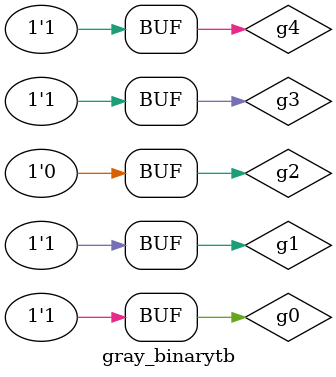
<source format=v>
`timescale 1ns / 1ps


module gray_binarytb();
reg g4,g3,g2,g1,g0;
wire b4,b3,b2,b1,b0;
gray_binary uut(.g4(g4),.g3(g3),.g2(g2),.g1(g1),.g0(g0),
.b4(b4),.b3(b3),.b2(b2),.b1(b1),.b0(b0));
initial begin
{g4,g3,g2,g1,g0}=5'b11011;
#10;
end
endmodule

</source>
